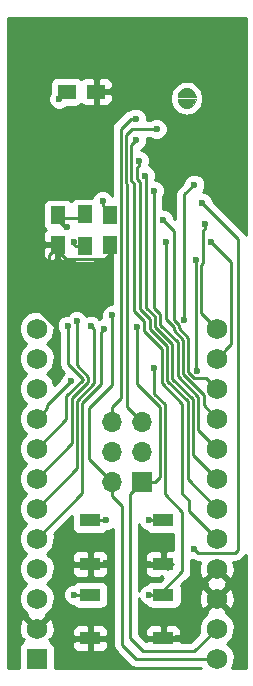
<source format=gbr>
G04 #@! TF.FileFunction,Copper,L2,Bot,Signal*
%FSLAX46Y46*%
G04 Gerber Fmt 4.6, Leading zero omitted, Abs format (unit mm)*
G04 Created by KiCad (PCBNEW 4.0.7) date 04/15/18 08:08:41*
%MOMM*%
%LPD*%
G01*
G04 APERTURE LIST*
%ADD10C,0.100000*%
%ADD11C,0.010000*%
%ADD12R,1.800000X1.100000*%
%ADD13R,1.752600X1.752600*%
%ADD14C,1.752600*%
%ADD15R,1.250000X1.500000*%
%ADD16C,0.400000*%
%ADD17R,1.300000X1.500000*%
%ADD18R,1.700000X1.700000*%
%ADD19O,1.700000X1.700000*%
%ADD20R,1.500000X1.250000*%
%ADD21C,0.600000*%
%ADD22C,0.250000*%
%ADD23C,0.254000*%
G04 APERTURE END LIST*
D10*
D11*
G36*
X113550000Y-104806000D02*
X113595200Y-105062500D01*
X113725500Y-105288100D01*
X113925000Y-105455500D01*
X114169800Y-105544600D01*
X114430200Y-105544600D01*
X114675000Y-105455500D01*
X114874500Y-105288100D01*
X115004800Y-105062500D01*
X115050000Y-104806000D01*
X113550000Y-104806000D01*
X113550000Y-104806000D01*
G37*
X113550000Y-104806000D02*
X113595200Y-105062500D01*
X113725500Y-105288100D01*
X113925000Y-105455500D01*
X114169800Y-105544600D01*
X114430200Y-105544600D01*
X114675000Y-105455500D01*
X114874500Y-105288100D01*
X115004800Y-105062500D01*
X115050000Y-104806000D01*
X113550000Y-104806000D01*
G36*
X115050000Y-104606000D02*
X115004800Y-104349500D01*
X114874500Y-104123900D01*
X114675000Y-103956500D01*
X114430200Y-103867400D01*
X114169800Y-103867400D01*
X113925000Y-103956500D01*
X113725500Y-104123900D01*
X113595200Y-104349500D01*
X113550000Y-104606000D01*
X115050000Y-104606000D01*
X115050000Y-104606000D01*
G37*
X115050000Y-104606000D02*
X115004800Y-104349500D01*
X114874500Y-104123900D01*
X114675000Y-103956500D01*
X114430200Y-103867400D01*
X114169800Y-103867400D01*
X113925000Y-103956500D01*
X113725500Y-104123900D01*
X113595200Y-104349500D01*
X113550000Y-104606000D01*
X115050000Y-104606000D01*
D12*
X106131500Y-144145000D03*
X112331500Y-144145000D03*
X106131500Y-140445000D03*
X112331500Y-140445000D03*
D13*
X101600000Y-152146000D03*
D14*
X101600000Y-149606000D03*
X101600000Y-147066000D03*
X101600000Y-144526000D03*
X101600000Y-141986000D03*
X101600000Y-139446000D03*
X101600000Y-136906000D03*
X101600000Y-134366000D03*
X101600000Y-131826000D03*
X101600000Y-129286000D03*
X101600000Y-126746000D03*
X101600000Y-124206000D03*
X116840000Y-124206000D03*
X116840000Y-126746000D03*
X116840000Y-129286000D03*
X116840000Y-131826000D03*
X116840000Y-134366000D03*
X116840000Y-136906000D03*
X116840000Y-139446000D03*
X116840000Y-141986000D03*
X116840000Y-144526000D03*
X116840000Y-147066000D03*
X116840000Y-149606000D03*
X116840000Y-152146000D03*
D15*
X103378000Y-114594000D03*
X103378000Y-117094000D03*
D16*
X114300000Y-104256000D03*
X114300000Y-105156000D03*
X114300000Y-105156000D03*
X114300000Y-104256000D03*
D17*
X105664000Y-114521000D03*
X105664000Y-117221000D03*
D12*
X112320000Y-146740000D03*
X106120000Y-146740000D03*
X112320000Y-150440000D03*
X106120000Y-150440000D03*
D18*
X110490000Y-137160000D03*
D19*
X107950000Y-137160000D03*
X110490000Y-134620000D03*
X107950000Y-134620000D03*
X110490000Y-132080000D03*
X107950000Y-132080000D03*
D15*
X107823000Y-114594000D03*
X107823000Y-117094000D03*
D20*
X104140000Y-104140000D03*
X106640000Y-104140000D03*
D21*
X111125000Y-144153500D03*
X102616000Y-118618000D03*
X100076000Y-121412000D03*
X103251000Y-125095000D03*
X107442000Y-144018000D03*
X113538000Y-150368000D03*
X103124000Y-100076000D03*
X102362000Y-100076000D03*
X109474000Y-100076000D03*
X116078000Y-100076000D03*
X116078000Y-98806000D03*
X109474000Y-98806000D03*
X103124000Y-98806000D03*
X102362000Y-98806000D03*
X104774982Y-150558500D03*
X104140000Y-115570000D03*
X107188000Y-113411008D03*
X109982000Y-106426000D03*
X114101056Y-123467197D03*
X111565021Y-127567061D03*
X111115010Y-146740000D03*
X114934997Y-112013997D03*
X104775000Y-146740000D03*
X111760000Y-107315000D03*
X104775000Y-116840000D03*
X114935000Y-142875000D03*
X111115010Y-140453500D03*
X107442000Y-140453500D03*
X115570000Y-113538002D03*
X104520731Y-128650728D03*
X110096946Y-124085450D03*
X107981389Y-123087320D03*
X107324990Y-124206004D03*
X106172004Y-123952000D03*
X104976278Y-123603443D03*
X104239847Y-123961990D03*
X115191385Y-127759612D03*
X115062000Y-118364000D03*
X116332000Y-116840000D03*
X115824000Y-115316000D03*
X110041021Y-108204000D03*
X110236000Y-109982000D03*
X110744000Y-111252000D03*
X111506000Y-112522000D03*
X112522000Y-116840000D03*
X112328045Y-115032568D03*
X103505000Y-104775000D03*
D22*
X106640000Y-104140000D02*
X107640000Y-104140000D01*
X107640000Y-104140000D02*
X109474000Y-102306000D01*
X109474000Y-102306000D02*
X109474000Y-100500264D01*
X109474000Y-100500264D02*
X109474000Y-100076000D01*
X112331500Y-144145000D02*
X111133500Y-144145000D01*
X111133500Y-144145000D02*
X111125000Y-144153500D01*
X106131500Y-144145000D02*
X107315000Y-144145000D01*
X107315000Y-144145000D02*
X107442000Y-144018000D01*
X103251000Y-117348000D02*
X103251000Y-117473000D01*
X103251000Y-117473000D02*
X104103000Y-118325000D01*
X104103000Y-118325000D02*
X107325000Y-118325000D01*
X107325000Y-118325000D02*
X107950000Y-117700000D01*
X107950000Y-117700000D02*
X107950000Y-117475000D01*
X102616000Y-118618000D02*
X102616000Y-117983000D01*
X102616000Y-117983000D02*
X103251000Y-117348000D01*
X103251000Y-125095000D02*
X103251000Y-124079074D01*
X103251000Y-124079074D02*
X100583926Y-121412000D01*
X100583926Y-121412000D02*
X100076000Y-121412000D01*
X112712500Y-144526000D02*
X112331500Y-144145000D01*
X112331500Y-144145000D02*
X113103499Y-144145000D01*
X112320000Y-150440000D02*
X113466000Y-150440000D01*
X113466000Y-150440000D02*
X113538000Y-150368000D01*
X104774982Y-150558500D02*
X106001500Y-150558500D01*
X106001500Y-150558500D02*
X106120000Y-150440000D01*
X102362000Y-100076000D02*
X103124000Y-100076000D01*
X116078000Y-100076000D02*
X109474000Y-100076000D01*
X109474000Y-98806000D02*
X116078000Y-98806000D01*
X102362000Y-98806000D02*
X103124000Y-98806000D01*
X104140000Y-115570000D02*
X103973000Y-115570000D01*
X103973000Y-115570000D02*
X103251000Y-114848000D01*
X103251000Y-114848000D02*
X105464000Y-114848000D01*
X105464000Y-114848000D02*
X105791000Y-114521000D01*
X107950000Y-114554000D02*
X107188000Y-113792000D01*
X107188000Y-113792000D02*
X107188000Y-113411008D01*
X107950000Y-130877919D02*
X108779988Y-130047931D01*
X107950000Y-132080000D02*
X107950000Y-130877919D01*
X108779988Y-130047931D02*
X108779988Y-112122223D01*
X108710977Y-112053212D02*
X108710977Y-107272759D01*
X108710977Y-107272759D02*
X109557736Y-106426000D01*
X108779988Y-112122223D02*
X108710977Y-112053212D01*
X109557736Y-106426000D02*
X109982000Y-106426000D01*
X111565021Y-127991325D02*
X111565021Y-127567061D01*
X114934997Y-112013997D02*
X114101056Y-112847938D01*
X111565021Y-129724610D02*
X111565021Y-127991325D01*
X114101056Y-123042933D02*
X114101056Y-123467197D01*
X113931510Y-140258600D02*
X113931510Y-139712510D01*
X112464011Y-138245011D02*
X112464011Y-130623600D01*
X113931510Y-139712510D02*
X112464011Y-138245011D01*
X114101056Y-112847938D02*
X114101056Y-123042933D01*
X112464011Y-130623600D02*
X111565021Y-129724610D01*
X111539274Y-146740000D02*
X111115010Y-146740000D01*
X111959000Y-146740000D02*
X111539274Y-146740000D01*
X113931510Y-144767490D02*
X111959000Y-146740000D01*
X113931510Y-140258600D02*
X113931510Y-144767490D01*
X112320000Y-146740000D02*
X111115010Y-146740000D01*
X113931510Y-140258600D02*
X113919000Y-140246090D01*
X106120000Y-146740000D02*
X104775000Y-146740000D01*
X110490000Y-132080000D02*
X109229999Y-130819999D01*
X109229999Y-111935823D02*
X109160988Y-111866812D01*
X109229999Y-130819999D02*
X109229999Y-111935823D01*
X111335736Y-107315000D02*
X111760000Y-107315000D01*
X109160988Y-107846004D02*
X109691992Y-107315000D01*
X109160988Y-111866812D02*
X109160988Y-107846004D01*
X109691992Y-107315000D02*
X111335736Y-107315000D01*
X104775000Y-117105000D02*
X104775000Y-116840000D01*
X104891000Y-117221000D02*
X104775000Y-117105000D01*
X105791000Y-117221000D02*
X104891000Y-117221000D01*
X116223801Y-143187301D02*
X115247301Y-143187301D01*
X115247301Y-143187301D02*
X114935000Y-142875000D01*
X111123510Y-140445000D02*
X111115010Y-140453500D01*
X112331500Y-140445000D02*
X111123510Y-140445000D01*
X106131500Y-140445000D02*
X107433500Y-140445000D01*
X107433500Y-140445000D02*
X107442000Y-140453500D01*
X118432699Y-143187301D02*
X118663997Y-142956003D01*
X115869999Y-113838001D02*
X115570000Y-113538002D01*
X118663997Y-142956003D02*
X118663997Y-116631999D01*
X118663997Y-116631999D02*
X115869999Y-113838001D01*
X116223801Y-143187301D02*
X118432699Y-143187301D01*
X101600000Y-131826000D02*
X102476299Y-130949701D01*
X102476299Y-130695160D02*
X104520731Y-128650728D01*
X102476299Y-130949701D02*
X102476299Y-130695160D01*
X101854000Y-131826000D02*
X101600000Y-131826000D01*
X110096946Y-124509714D02*
X110096946Y-124085450D01*
X112014000Y-130810000D02*
X110096946Y-128892946D01*
X111590000Y-137160000D02*
X112014000Y-136736000D01*
X110490000Y-137160000D02*
X111590000Y-137160000D01*
X112014000Y-136736000D02*
X112014000Y-130810000D01*
X110096946Y-128892946D02*
X110096946Y-124509714D01*
X116840000Y-149606000D02*
X114935000Y-151511000D01*
X114935000Y-151511000D02*
X110617000Y-151511000D01*
X109474000Y-150368000D02*
X109474000Y-138176000D01*
X110617000Y-151511000D02*
X109474000Y-150368000D01*
X109474000Y-138176000D02*
X110490000Y-137160000D01*
X107950000Y-137160000D02*
X106045000Y-135255000D01*
X107981389Y-129000611D02*
X107981389Y-123511584D01*
X107981389Y-123511584D02*
X107981389Y-123087320D01*
X106045000Y-135255000D02*
X106045000Y-130937000D01*
X106045000Y-130937000D02*
X107981389Y-129000611D01*
X116840000Y-152146000D02*
X109982000Y-152146000D01*
X109982000Y-152146000D02*
X108839000Y-151003000D01*
X108839000Y-151003000D02*
X108839000Y-139251081D01*
X108839000Y-139251081D02*
X107950000Y-138362081D01*
X107950000Y-138362081D02*
X107950000Y-137160000D01*
X105467991Y-130496599D02*
X107024991Y-128939599D01*
X101600000Y-141986000D02*
X105467991Y-138118009D01*
X105467991Y-138118009D02*
X105467991Y-130496599D01*
X107024991Y-124506003D02*
X107324990Y-124206004D01*
X107024991Y-128939599D02*
X107024991Y-124506003D01*
X106472003Y-124251999D02*
X106172004Y-123952000D01*
X105017980Y-130310199D02*
X106472003Y-128856176D01*
X106472003Y-128856176D02*
X106472003Y-124251999D01*
X105017980Y-136028020D02*
X105017980Y-130310199D01*
X101600000Y-139446000D02*
X105017980Y-136028020D01*
X104976278Y-124027707D02*
X104976278Y-123603443D01*
X104976278Y-127290863D02*
X104976278Y-124027707D01*
X105977013Y-128291598D02*
X104976278Y-127290863D01*
X105977013Y-128714756D02*
X105977013Y-128291598D01*
X104567969Y-133938031D02*
X104567969Y-130123800D01*
X104567969Y-130123800D02*
X105977013Y-128714756D01*
X101600000Y-136906000D02*
X104567969Y-133938031D01*
X104239847Y-127190843D02*
X104239847Y-124386254D01*
X105527002Y-128477998D02*
X104239847Y-127190843D01*
X105527002Y-128528357D02*
X105527002Y-128477998D01*
X104239847Y-124386254D02*
X104239847Y-123961990D01*
X104117958Y-129937401D02*
X105527002Y-128528357D01*
X101600000Y-134366000D02*
X104117958Y-131848042D01*
X104117958Y-131848042D02*
X104117958Y-129937401D01*
X115062000Y-118364000D02*
X115062000Y-127630227D01*
X115062000Y-127630227D02*
X115191385Y-127759612D01*
X116332000Y-116840000D02*
X118041301Y-118549301D01*
X118041301Y-118549301D02*
X118041301Y-125544699D01*
X118041301Y-125544699D02*
X117716299Y-125869701D01*
X117716299Y-125869701D02*
X116840000Y-126746000D01*
X115963701Y-123329701D02*
X116840000Y-124206000D01*
X115524001Y-118827003D02*
X115524001Y-122890001D01*
X115687002Y-118664002D02*
X115524001Y-118827003D01*
X115687002Y-115877262D02*
X115687002Y-118664002D01*
X115824000Y-115740264D02*
X115687002Y-115877262D01*
X115524001Y-122890001D02*
X115963701Y-123329701D01*
X115824000Y-115316000D02*
X115824000Y-115740264D01*
X110721956Y-124435134D02*
X110721956Y-123556685D01*
X109610999Y-108634022D02*
X109741022Y-108503999D01*
X109610999Y-111680412D02*
X109610999Y-108634022D01*
X113930020Y-130564199D02*
X112190023Y-128824200D01*
X112190023Y-128824200D02*
X112190023Y-125903201D01*
X109741022Y-108503999D02*
X110041021Y-108204000D01*
X116840000Y-141986000D02*
X114496011Y-139642011D01*
X109855009Y-111924422D02*
X109610999Y-111680412D01*
X110721956Y-123556685D02*
X109855009Y-122689737D01*
X113930020Y-138185609D02*
X113930020Y-130564199D01*
X114496011Y-138751600D02*
X113930020Y-138185609D01*
X114496011Y-139642011D02*
X114496011Y-138751600D01*
X109855009Y-122689737D02*
X109855009Y-111924422D01*
X112190023Y-125903201D02*
X110721956Y-124435134D01*
X110372998Y-111806000D02*
X110118999Y-111552001D01*
X110372998Y-122571315D02*
X110372998Y-111806000D01*
X112640034Y-128637800D02*
X112640034Y-125716801D01*
X110118999Y-110523265D02*
X110236000Y-110406264D01*
X110118999Y-111552001D02*
X110118999Y-110523265D01*
X114380031Y-136986031D02*
X114380031Y-130377799D01*
X116840000Y-139446000D02*
X114380031Y-136986031D01*
X111171967Y-123370285D02*
X110372998Y-122571315D01*
X111171967Y-124248734D02*
X111171967Y-123370285D01*
X110236000Y-110406264D02*
X110236000Y-109982000D01*
X114380031Y-130377799D02*
X112640034Y-128637800D01*
X112640034Y-125716801D02*
X111171967Y-124248734D01*
X110880998Y-111388998D02*
X110744000Y-111252000D01*
X111621978Y-124062334D02*
X111621978Y-123183885D01*
X111621978Y-123183885D02*
X110880998Y-122442904D01*
X113090045Y-125530401D02*
X111621978Y-124062334D01*
X114830042Y-134896042D02*
X114830042Y-130191399D01*
X114830042Y-130191399D02*
X113090045Y-128451400D01*
X113090045Y-128451400D02*
X113090045Y-125530401D01*
X110880998Y-122442904D02*
X110880998Y-111388998D01*
X116840000Y-136906000D02*
X114830042Y-134896042D01*
X113540056Y-128265000D02*
X113540056Y-125344001D01*
X111506000Y-122431495D02*
X111506000Y-112946264D01*
X116840000Y-134366000D02*
X115280053Y-132806053D01*
X112071989Y-122997485D02*
X111506000Y-122431495D01*
X112071989Y-123875934D02*
X112071989Y-122997485D01*
X113540056Y-125344001D02*
X112071989Y-123875934D01*
X115280053Y-132806053D02*
X115280053Y-130004999D01*
X115280053Y-130004999D02*
X113540056Y-128265000D01*
X111506000Y-112946264D02*
X111506000Y-112522000D01*
X112522000Y-123407594D02*
X112522000Y-117264264D01*
X113990067Y-128078600D02*
X113990067Y-125157601D01*
X116840000Y-131826000D02*
X115730064Y-130716064D01*
X115730064Y-130716064D02*
X115730064Y-129818599D01*
X115730064Y-129818599D02*
X113990067Y-128078600D01*
X113990067Y-125157601D02*
X113190066Y-124357600D01*
X113190066Y-124357600D02*
X113190066Y-124075660D01*
X113190066Y-124075660D02*
X112522000Y-123407594D01*
X112522000Y-117264264D02*
X112522000Y-116840000D01*
X114957579Y-128409701D02*
X114440078Y-127892200D01*
X114440078Y-124971201D02*
X113640077Y-124171200D01*
X115963701Y-128409701D02*
X114957579Y-128409701D01*
X112628044Y-115332567D02*
X112328045Y-115032568D01*
X114440078Y-127892200D02*
X114440078Y-124971201D01*
X113228067Y-115932590D02*
X112628044Y-115332567D01*
X113640077Y-124171200D02*
X113640077Y-123889260D01*
X116840000Y-129286000D02*
X115963701Y-128409701D01*
X113228067Y-123477250D02*
X113228067Y-115932590D01*
X113640077Y-123889260D02*
X113228067Y-123477250D01*
X103505000Y-104775000D02*
X104140000Y-104140000D01*
D23*
G36*
X119305000Y-116249650D02*
X119201398Y-116094598D01*
X116505122Y-113398322D01*
X116505162Y-113352835D01*
X116363117Y-113009059D01*
X116100327Y-112745810D01*
X115756799Y-112603164D01*
X115668323Y-112603087D01*
X115727189Y-112544324D01*
X115869835Y-112200796D01*
X115870159Y-111828830D01*
X115728114Y-111485054D01*
X115465324Y-111221805D01*
X115121796Y-111079159D01*
X114749830Y-111078835D01*
X114406054Y-111220880D01*
X114142805Y-111483670D01*
X114000159Y-111827198D01*
X114000118Y-111874074D01*
X113563655Y-112310537D01*
X113398908Y-112557099D01*
X113341056Y-112847938D01*
X113341056Y-114970777D01*
X113263167Y-114892888D01*
X113263207Y-114847401D01*
X113121162Y-114503625D01*
X112858372Y-114240376D01*
X112514844Y-114097730D01*
X112266000Y-114097513D01*
X112266000Y-113084463D01*
X112298192Y-113052327D01*
X112440838Y-112708799D01*
X112441162Y-112336833D01*
X112299117Y-111993057D01*
X112036327Y-111729808D01*
X111692799Y-111587162D01*
X111640998Y-111587117D01*
X111640998Y-111529927D01*
X111678838Y-111438799D01*
X111679162Y-111066833D01*
X111537117Y-110723057D01*
X111274327Y-110459808D01*
X111082991Y-110380358D01*
X111170838Y-110168799D01*
X111171162Y-109796833D01*
X111029117Y-109453057D01*
X110766327Y-109189808D01*
X110435790Y-109052556D01*
X110569964Y-108997117D01*
X110833213Y-108734327D01*
X110975859Y-108390799D01*
X110976134Y-108075000D01*
X111197537Y-108075000D01*
X111229673Y-108107192D01*
X111573201Y-108249838D01*
X111945167Y-108250162D01*
X112288943Y-108108117D01*
X112552192Y-107845327D01*
X112694838Y-107501799D01*
X112695162Y-107129833D01*
X112553117Y-106786057D01*
X112290327Y-106522808D01*
X111946799Y-106380162D01*
X111574833Y-106379838D01*
X111231057Y-106521883D01*
X111197882Y-106555000D01*
X110916888Y-106555000D01*
X110917162Y-106240833D01*
X110775117Y-105897057D01*
X110512327Y-105633808D01*
X110168799Y-105491162D01*
X109796833Y-105490838D01*
X109453057Y-105632883D01*
X109385578Y-105700245D01*
X109266897Y-105723852D01*
X109020335Y-105888599D01*
X108173576Y-106735358D01*
X108008829Y-106981920D01*
X107950977Y-107272759D01*
X107950977Y-112053212D01*
X108008829Y-112344051D01*
X108019988Y-112360752D01*
X108019988Y-112976140D01*
X107981117Y-112882065D01*
X107718327Y-112618816D01*
X107374799Y-112476170D01*
X107002833Y-112475846D01*
X106659057Y-112617891D01*
X106395808Y-112880681D01*
X106294955Y-113123560D01*
X105014000Y-113123560D01*
X104778683Y-113167838D01*
X104562559Y-113306910D01*
X104485010Y-113420407D01*
X104467090Y-113392559D01*
X104254890Y-113247569D01*
X104003000Y-113196560D01*
X102753000Y-113196560D01*
X102517683Y-113240838D01*
X102301559Y-113379910D01*
X102156569Y-113592110D01*
X102105560Y-113844000D01*
X102105560Y-115344000D01*
X102149838Y-115579317D01*
X102288910Y-115795441D01*
X102357006Y-115841969D01*
X102214673Y-115984302D01*
X102118000Y-116217691D01*
X102118000Y-116808250D01*
X102276750Y-116967000D01*
X103251000Y-116967000D01*
X103251000Y-116947000D01*
X103505000Y-116947000D01*
X103505000Y-116967000D01*
X103525000Y-116967000D01*
X103525000Y-117221000D01*
X103505000Y-117221000D01*
X103505000Y-118320250D01*
X103663750Y-118479000D01*
X104129310Y-118479000D01*
X104362699Y-118382327D01*
X104460904Y-118284122D01*
X104549910Y-118422441D01*
X104762110Y-118567431D01*
X105014000Y-118618440D01*
X106314000Y-118618440D01*
X106549317Y-118574162D01*
X106765441Y-118435090D01*
X106816434Y-118360460D01*
X106838301Y-118382327D01*
X107071690Y-118479000D01*
X107537250Y-118479000D01*
X107696000Y-118320250D01*
X107696000Y-117221000D01*
X107676000Y-117221000D01*
X107676000Y-116967000D01*
X107696000Y-116967000D01*
X107696000Y-116947000D01*
X107950000Y-116947000D01*
X107950000Y-116967000D01*
X107970000Y-116967000D01*
X107970000Y-117221000D01*
X107950000Y-117221000D01*
X107950000Y-118320250D01*
X108019988Y-118390238D01*
X108019988Y-122152353D01*
X107796222Y-122152158D01*
X107452446Y-122294203D01*
X107189197Y-122556993D01*
X107046551Y-122900521D01*
X107046227Y-123272487D01*
X107059295Y-123304115D01*
X106908560Y-123366398D01*
X106702331Y-123159808D01*
X106358803Y-123017162D01*
X105986837Y-123016838D01*
X105780754Y-123101990D01*
X105769395Y-123074500D01*
X105506605Y-122811251D01*
X105163077Y-122668605D01*
X104791111Y-122668281D01*
X104447335Y-122810326D01*
X104230302Y-123026981D01*
X104054680Y-123026828D01*
X103710904Y-123168873D01*
X103447655Y-123431663D01*
X103305009Y-123775191D01*
X103304685Y-124147157D01*
X103446730Y-124490933D01*
X103479847Y-124524108D01*
X103479847Y-127190843D01*
X103537699Y-127481682D01*
X103702446Y-127728244D01*
X103911731Y-127937529D01*
X103728539Y-128120401D01*
X103585893Y-128463929D01*
X103585852Y-128510805D01*
X103111092Y-128985565D01*
X102881965Y-128431036D01*
X102467302Y-128015649D01*
X102880471Y-127603200D01*
X103111037Y-127047935D01*
X103111562Y-126446703D01*
X102881965Y-125891036D01*
X102467302Y-125475649D01*
X102880471Y-125063200D01*
X103111037Y-124507935D01*
X103111562Y-123906703D01*
X102881965Y-123351036D01*
X102457200Y-122925529D01*
X101901935Y-122694963D01*
X101300703Y-122694438D01*
X100745036Y-122924035D01*
X100319529Y-123348800D01*
X100088963Y-123904065D01*
X100088438Y-124505297D01*
X100318035Y-125060964D01*
X100732698Y-125476351D01*
X100319529Y-125888800D01*
X100088963Y-126444065D01*
X100088438Y-127045297D01*
X100318035Y-127600964D01*
X100732698Y-128016351D01*
X100319529Y-128428800D01*
X100088963Y-128984065D01*
X100088438Y-129585297D01*
X100318035Y-130140964D01*
X100732698Y-130556351D01*
X100319529Y-130968800D01*
X100088963Y-131524065D01*
X100088438Y-132125297D01*
X100318035Y-132680964D01*
X100732698Y-133096351D01*
X100319529Y-133508800D01*
X100088963Y-134064065D01*
X100088438Y-134665297D01*
X100318035Y-135220964D01*
X100732698Y-135636351D01*
X100319529Y-136048800D01*
X100088963Y-136604065D01*
X100088438Y-137205297D01*
X100318035Y-137760964D01*
X100732698Y-138176351D01*
X100319529Y-138588800D01*
X100088963Y-139144065D01*
X100088438Y-139745297D01*
X100318035Y-140300964D01*
X100732698Y-140716351D01*
X100319529Y-141128800D01*
X100088963Y-141684065D01*
X100088438Y-142285297D01*
X100318035Y-142840964D01*
X100732698Y-143256351D01*
X100319529Y-143668800D01*
X100088963Y-144224065D01*
X100088438Y-144825297D01*
X100318035Y-145380964D01*
X100732698Y-145796351D01*
X100319529Y-146208800D01*
X100088963Y-146764065D01*
X100088438Y-147365297D01*
X100318035Y-147920964D01*
X100742800Y-148346471D01*
X100776592Y-148360503D01*
X100716604Y-148542999D01*
X101600000Y-149426395D01*
X102483396Y-148542999D01*
X102423553Y-148360944D01*
X102454964Y-148347965D01*
X102880471Y-147923200D01*
X103111037Y-147367935D01*
X103111423Y-146925167D01*
X103839838Y-146925167D01*
X103981883Y-147268943D01*
X104244673Y-147532192D01*
X104588201Y-147674838D01*
X104713122Y-147674947D01*
X104755910Y-147741441D01*
X104968110Y-147886431D01*
X105220000Y-147937440D01*
X107020000Y-147937440D01*
X107255317Y-147893162D01*
X107471441Y-147754090D01*
X107616431Y-147541890D01*
X107667440Y-147290000D01*
X107667440Y-146190000D01*
X107623162Y-145954683D01*
X107484090Y-145738559D01*
X107271890Y-145593569D01*
X107020000Y-145542560D01*
X105220000Y-145542560D01*
X104984683Y-145586838D01*
X104768559Y-145725910D01*
X104714556Y-145804947D01*
X104589833Y-145804838D01*
X104246057Y-145946883D01*
X103982808Y-146209673D01*
X103840162Y-146553201D01*
X103839838Y-146925167D01*
X103111423Y-146925167D01*
X103111562Y-146766703D01*
X102881965Y-146211036D01*
X102467302Y-145795649D01*
X102880471Y-145383200D01*
X103111037Y-144827935D01*
X103111383Y-144430750D01*
X104596500Y-144430750D01*
X104596500Y-144821310D01*
X104693173Y-145054699D01*
X104871802Y-145233327D01*
X105105191Y-145330000D01*
X105845750Y-145330000D01*
X106004500Y-145171250D01*
X106004500Y-144272000D01*
X106258500Y-144272000D01*
X106258500Y-145171250D01*
X106417250Y-145330000D01*
X107157809Y-145330000D01*
X107391198Y-145233327D01*
X107569827Y-145054699D01*
X107666500Y-144821310D01*
X107666500Y-144430750D01*
X107507750Y-144272000D01*
X106258500Y-144272000D01*
X106004500Y-144272000D01*
X104755250Y-144272000D01*
X104596500Y-144430750D01*
X103111383Y-144430750D01*
X103111562Y-144226703D01*
X102881965Y-143671036D01*
X102679972Y-143468690D01*
X104596500Y-143468690D01*
X104596500Y-143859250D01*
X104755250Y-144018000D01*
X106004500Y-144018000D01*
X106004500Y-143118750D01*
X106258500Y-143118750D01*
X106258500Y-144018000D01*
X107507750Y-144018000D01*
X107666500Y-143859250D01*
X107666500Y-143468690D01*
X107569827Y-143235301D01*
X107391198Y-143056673D01*
X107157809Y-142960000D01*
X106417250Y-142960000D01*
X106258500Y-143118750D01*
X106004500Y-143118750D01*
X105845750Y-142960000D01*
X105105191Y-142960000D01*
X104871802Y-143056673D01*
X104693173Y-143235301D01*
X104596500Y-143468690D01*
X102679972Y-143468690D01*
X102467302Y-143255649D01*
X102880471Y-142843200D01*
X103111037Y-142287935D01*
X103111562Y-141686703D01*
X103071370Y-141589432D01*
X104584060Y-140076742D01*
X104584060Y-140995000D01*
X104628338Y-141230317D01*
X104767410Y-141446441D01*
X104979610Y-141591431D01*
X105231500Y-141642440D01*
X107031500Y-141642440D01*
X107266817Y-141598162D01*
X107482941Y-141459090D01*
X107531120Y-141388578D01*
X107627167Y-141388662D01*
X107970943Y-141246617D01*
X108079000Y-141138748D01*
X108079000Y-151003000D01*
X108136852Y-151293839D01*
X108301599Y-151540401D01*
X109444599Y-152683401D01*
X109691161Y-152848148D01*
X109982000Y-152906000D01*
X115518797Y-152906000D01*
X115541109Y-152960000D01*
X103123740Y-152960000D01*
X103123740Y-151269700D01*
X103079462Y-151034383D01*
X102940390Y-150818259D01*
X102804999Y-150725750D01*
X104585000Y-150725750D01*
X104585000Y-151116310D01*
X104681673Y-151349699D01*
X104860302Y-151528327D01*
X105093691Y-151625000D01*
X105834250Y-151625000D01*
X105993000Y-151466250D01*
X105993000Y-150567000D01*
X106247000Y-150567000D01*
X106247000Y-151466250D01*
X106405750Y-151625000D01*
X107146309Y-151625000D01*
X107379698Y-151528327D01*
X107558327Y-151349699D01*
X107655000Y-151116310D01*
X107655000Y-150725750D01*
X107496250Y-150567000D01*
X106247000Y-150567000D01*
X105993000Y-150567000D01*
X104743750Y-150567000D01*
X104585000Y-150725750D01*
X102804999Y-150725750D01*
X102728190Y-150673269D01*
X102711720Y-150669934D01*
X102777631Y-150604023D01*
X102663003Y-150489395D01*
X102917027Y-150405896D01*
X103122882Y-149841003D01*
X103119537Y-149763690D01*
X104585000Y-149763690D01*
X104585000Y-150154250D01*
X104743750Y-150313000D01*
X105993000Y-150313000D01*
X105993000Y-149413750D01*
X106247000Y-149413750D01*
X106247000Y-150313000D01*
X107496250Y-150313000D01*
X107655000Y-150154250D01*
X107655000Y-149763690D01*
X107558327Y-149530301D01*
X107379698Y-149351673D01*
X107146309Y-149255000D01*
X106405750Y-149255000D01*
X106247000Y-149413750D01*
X105993000Y-149413750D01*
X105834250Y-149255000D01*
X105093691Y-149255000D01*
X104860302Y-149351673D01*
X104681673Y-149530301D01*
X104585000Y-149763690D01*
X103119537Y-149763690D01*
X103096891Y-149240332D01*
X102917027Y-148806104D01*
X102663001Y-148722604D01*
X101779605Y-149606000D01*
X101793748Y-149620143D01*
X101614143Y-149799748D01*
X101600000Y-149785605D01*
X101585858Y-149799748D01*
X101406253Y-149620143D01*
X101420395Y-149606000D01*
X100536999Y-148722604D01*
X100282973Y-148806104D01*
X100077118Y-149370997D01*
X100103109Y-149971668D01*
X100282973Y-150405896D01*
X100536997Y-150489395D01*
X100422369Y-150604023D01*
X100486254Y-150667908D01*
X100272259Y-150805610D01*
X100127269Y-151017810D01*
X100076260Y-151269700D01*
X100076260Y-152960000D01*
X99135000Y-152960000D01*
X99135000Y-117379750D01*
X102118000Y-117379750D01*
X102118000Y-117970309D01*
X102214673Y-118203698D01*
X102393301Y-118382327D01*
X102626690Y-118479000D01*
X103092250Y-118479000D01*
X103251000Y-118320250D01*
X103251000Y-117221000D01*
X102276750Y-117221000D01*
X102118000Y-117379750D01*
X99135000Y-117379750D01*
X99135000Y-104960167D01*
X102569838Y-104960167D01*
X102711883Y-105303943D01*
X102974673Y-105567192D01*
X103318201Y-105709838D01*
X103690167Y-105710162D01*
X104033943Y-105568117D01*
X104189892Y-105412440D01*
X104890000Y-105412440D01*
X105125317Y-105368162D01*
X105341441Y-105229090D01*
X105387969Y-105160994D01*
X105530302Y-105303327D01*
X105763691Y-105400000D01*
X106354250Y-105400000D01*
X106513000Y-105241250D01*
X106513000Y-104267000D01*
X106767000Y-104267000D01*
X106767000Y-105241250D01*
X106925750Y-105400000D01*
X107516309Y-105400000D01*
X107749698Y-105303327D01*
X107928327Y-105124699D01*
X108025000Y-104891310D01*
X108025000Y-104606000D01*
X112910000Y-104606000D01*
X112923651Y-104674629D01*
X112924339Y-104706000D01*
X112923651Y-104737371D01*
X112910000Y-104806000D01*
X112920940Y-104861001D01*
X112919711Y-104917068D01*
X112964911Y-105173568D01*
X113005221Y-105277257D01*
X113040997Y-105382592D01*
X113171297Y-105608191D01*
X113244564Y-105691709D01*
X113314116Y-105778369D01*
X113513617Y-105945769D01*
X113611069Y-105999233D01*
X113706107Y-106056903D01*
X113950907Y-106146003D01*
X114060773Y-106162913D01*
X114169800Y-106184600D01*
X114430200Y-106184600D01*
X114539227Y-106162913D01*
X114649093Y-106146003D01*
X114893893Y-106056903D01*
X114988926Y-105999236D01*
X115086384Y-105945769D01*
X115285884Y-105778369D01*
X115355436Y-105691709D01*
X115428703Y-105608192D01*
X115559003Y-105382592D01*
X115594779Y-105277257D01*
X115635089Y-105173568D01*
X115680289Y-104917068D01*
X115679060Y-104861001D01*
X115690000Y-104806000D01*
X115676349Y-104737371D01*
X115675661Y-104706000D01*
X115676349Y-104674629D01*
X115690000Y-104606000D01*
X115679060Y-104550999D01*
X115680289Y-104494932D01*
X115635089Y-104238432D01*
X115594779Y-104134743D01*
X115559003Y-104029408D01*
X115428703Y-103803808D01*
X115355436Y-103720291D01*
X115285884Y-103633631D01*
X115086384Y-103466231D01*
X114988926Y-103412764D01*
X114893893Y-103355097D01*
X114649093Y-103265997D01*
X114539227Y-103249087D01*
X114430200Y-103227400D01*
X114169800Y-103227400D01*
X114060773Y-103249087D01*
X113950907Y-103265997D01*
X113706107Y-103355097D01*
X113611069Y-103412767D01*
X113513617Y-103466231D01*
X113314116Y-103633631D01*
X113244564Y-103720291D01*
X113171297Y-103803809D01*
X113040997Y-104029408D01*
X113005221Y-104134743D01*
X112964911Y-104238432D01*
X112919711Y-104494932D01*
X112920940Y-104550999D01*
X112910000Y-104606000D01*
X108025000Y-104606000D01*
X108025000Y-104425750D01*
X107866250Y-104267000D01*
X106767000Y-104267000D01*
X106513000Y-104267000D01*
X106493000Y-104267000D01*
X106493000Y-104013000D01*
X106513000Y-104013000D01*
X106513000Y-103038750D01*
X106767000Y-103038750D01*
X106767000Y-104013000D01*
X107866250Y-104013000D01*
X108025000Y-103854250D01*
X108025000Y-103388690D01*
X107928327Y-103155301D01*
X107749698Y-102976673D01*
X107516309Y-102880000D01*
X106925750Y-102880000D01*
X106767000Y-103038750D01*
X106513000Y-103038750D01*
X106354250Y-102880000D01*
X105763691Y-102880000D01*
X105530302Y-102976673D01*
X105389064Y-103117910D01*
X105354090Y-103063559D01*
X105141890Y-102918569D01*
X104890000Y-102867560D01*
X103390000Y-102867560D01*
X103154683Y-102911838D01*
X102938559Y-103050910D01*
X102793569Y-103263110D01*
X102742560Y-103515000D01*
X102742560Y-104214973D01*
X102712808Y-104244673D01*
X102570162Y-104588201D01*
X102569838Y-104960167D01*
X99135000Y-104960167D01*
X99135000Y-97917000D01*
X119305000Y-97917000D01*
X119305000Y-116249650D01*
X119305000Y-116249650D01*
G37*
X119305000Y-116249650D02*
X119201398Y-116094598D01*
X116505122Y-113398322D01*
X116505162Y-113352835D01*
X116363117Y-113009059D01*
X116100327Y-112745810D01*
X115756799Y-112603164D01*
X115668323Y-112603087D01*
X115727189Y-112544324D01*
X115869835Y-112200796D01*
X115870159Y-111828830D01*
X115728114Y-111485054D01*
X115465324Y-111221805D01*
X115121796Y-111079159D01*
X114749830Y-111078835D01*
X114406054Y-111220880D01*
X114142805Y-111483670D01*
X114000159Y-111827198D01*
X114000118Y-111874074D01*
X113563655Y-112310537D01*
X113398908Y-112557099D01*
X113341056Y-112847938D01*
X113341056Y-114970777D01*
X113263167Y-114892888D01*
X113263207Y-114847401D01*
X113121162Y-114503625D01*
X112858372Y-114240376D01*
X112514844Y-114097730D01*
X112266000Y-114097513D01*
X112266000Y-113084463D01*
X112298192Y-113052327D01*
X112440838Y-112708799D01*
X112441162Y-112336833D01*
X112299117Y-111993057D01*
X112036327Y-111729808D01*
X111692799Y-111587162D01*
X111640998Y-111587117D01*
X111640998Y-111529927D01*
X111678838Y-111438799D01*
X111679162Y-111066833D01*
X111537117Y-110723057D01*
X111274327Y-110459808D01*
X111082991Y-110380358D01*
X111170838Y-110168799D01*
X111171162Y-109796833D01*
X111029117Y-109453057D01*
X110766327Y-109189808D01*
X110435790Y-109052556D01*
X110569964Y-108997117D01*
X110833213Y-108734327D01*
X110975859Y-108390799D01*
X110976134Y-108075000D01*
X111197537Y-108075000D01*
X111229673Y-108107192D01*
X111573201Y-108249838D01*
X111945167Y-108250162D01*
X112288943Y-108108117D01*
X112552192Y-107845327D01*
X112694838Y-107501799D01*
X112695162Y-107129833D01*
X112553117Y-106786057D01*
X112290327Y-106522808D01*
X111946799Y-106380162D01*
X111574833Y-106379838D01*
X111231057Y-106521883D01*
X111197882Y-106555000D01*
X110916888Y-106555000D01*
X110917162Y-106240833D01*
X110775117Y-105897057D01*
X110512327Y-105633808D01*
X110168799Y-105491162D01*
X109796833Y-105490838D01*
X109453057Y-105632883D01*
X109385578Y-105700245D01*
X109266897Y-105723852D01*
X109020335Y-105888599D01*
X108173576Y-106735358D01*
X108008829Y-106981920D01*
X107950977Y-107272759D01*
X107950977Y-112053212D01*
X108008829Y-112344051D01*
X108019988Y-112360752D01*
X108019988Y-112976140D01*
X107981117Y-112882065D01*
X107718327Y-112618816D01*
X107374799Y-112476170D01*
X107002833Y-112475846D01*
X106659057Y-112617891D01*
X106395808Y-112880681D01*
X106294955Y-113123560D01*
X105014000Y-113123560D01*
X104778683Y-113167838D01*
X104562559Y-113306910D01*
X104485010Y-113420407D01*
X104467090Y-113392559D01*
X104254890Y-113247569D01*
X104003000Y-113196560D01*
X102753000Y-113196560D01*
X102517683Y-113240838D01*
X102301559Y-113379910D01*
X102156569Y-113592110D01*
X102105560Y-113844000D01*
X102105560Y-115344000D01*
X102149838Y-115579317D01*
X102288910Y-115795441D01*
X102357006Y-115841969D01*
X102214673Y-115984302D01*
X102118000Y-116217691D01*
X102118000Y-116808250D01*
X102276750Y-116967000D01*
X103251000Y-116967000D01*
X103251000Y-116947000D01*
X103505000Y-116947000D01*
X103505000Y-116967000D01*
X103525000Y-116967000D01*
X103525000Y-117221000D01*
X103505000Y-117221000D01*
X103505000Y-118320250D01*
X103663750Y-118479000D01*
X104129310Y-118479000D01*
X104362699Y-118382327D01*
X104460904Y-118284122D01*
X104549910Y-118422441D01*
X104762110Y-118567431D01*
X105014000Y-118618440D01*
X106314000Y-118618440D01*
X106549317Y-118574162D01*
X106765441Y-118435090D01*
X106816434Y-118360460D01*
X106838301Y-118382327D01*
X107071690Y-118479000D01*
X107537250Y-118479000D01*
X107696000Y-118320250D01*
X107696000Y-117221000D01*
X107676000Y-117221000D01*
X107676000Y-116967000D01*
X107696000Y-116967000D01*
X107696000Y-116947000D01*
X107950000Y-116947000D01*
X107950000Y-116967000D01*
X107970000Y-116967000D01*
X107970000Y-117221000D01*
X107950000Y-117221000D01*
X107950000Y-118320250D01*
X108019988Y-118390238D01*
X108019988Y-122152353D01*
X107796222Y-122152158D01*
X107452446Y-122294203D01*
X107189197Y-122556993D01*
X107046551Y-122900521D01*
X107046227Y-123272487D01*
X107059295Y-123304115D01*
X106908560Y-123366398D01*
X106702331Y-123159808D01*
X106358803Y-123017162D01*
X105986837Y-123016838D01*
X105780754Y-123101990D01*
X105769395Y-123074500D01*
X105506605Y-122811251D01*
X105163077Y-122668605D01*
X104791111Y-122668281D01*
X104447335Y-122810326D01*
X104230302Y-123026981D01*
X104054680Y-123026828D01*
X103710904Y-123168873D01*
X103447655Y-123431663D01*
X103305009Y-123775191D01*
X103304685Y-124147157D01*
X103446730Y-124490933D01*
X103479847Y-124524108D01*
X103479847Y-127190843D01*
X103537699Y-127481682D01*
X103702446Y-127728244D01*
X103911731Y-127937529D01*
X103728539Y-128120401D01*
X103585893Y-128463929D01*
X103585852Y-128510805D01*
X103111092Y-128985565D01*
X102881965Y-128431036D01*
X102467302Y-128015649D01*
X102880471Y-127603200D01*
X103111037Y-127047935D01*
X103111562Y-126446703D01*
X102881965Y-125891036D01*
X102467302Y-125475649D01*
X102880471Y-125063200D01*
X103111037Y-124507935D01*
X103111562Y-123906703D01*
X102881965Y-123351036D01*
X102457200Y-122925529D01*
X101901935Y-122694963D01*
X101300703Y-122694438D01*
X100745036Y-122924035D01*
X100319529Y-123348800D01*
X100088963Y-123904065D01*
X100088438Y-124505297D01*
X100318035Y-125060964D01*
X100732698Y-125476351D01*
X100319529Y-125888800D01*
X100088963Y-126444065D01*
X100088438Y-127045297D01*
X100318035Y-127600964D01*
X100732698Y-128016351D01*
X100319529Y-128428800D01*
X100088963Y-128984065D01*
X100088438Y-129585297D01*
X100318035Y-130140964D01*
X100732698Y-130556351D01*
X100319529Y-130968800D01*
X100088963Y-131524065D01*
X100088438Y-132125297D01*
X100318035Y-132680964D01*
X100732698Y-133096351D01*
X100319529Y-133508800D01*
X100088963Y-134064065D01*
X100088438Y-134665297D01*
X100318035Y-135220964D01*
X100732698Y-135636351D01*
X100319529Y-136048800D01*
X100088963Y-136604065D01*
X100088438Y-137205297D01*
X100318035Y-137760964D01*
X100732698Y-138176351D01*
X100319529Y-138588800D01*
X100088963Y-139144065D01*
X100088438Y-139745297D01*
X100318035Y-140300964D01*
X100732698Y-140716351D01*
X100319529Y-141128800D01*
X100088963Y-141684065D01*
X100088438Y-142285297D01*
X100318035Y-142840964D01*
X100732698Y-143256351D01*
X100319529Y-143668800D01*
X100088963Y-144224065D01*
X100088438Y-144825297D01*
X100318035Y-145380964D01*
X100732698Y-145796351D01*
X100319529Y-146208800D01*
X100088963Y-146764065D01*
X100088438Y-147365297D01*
X100318035Y-147920964D01*
X100742800Y-148346471D01*
X100776592Y-148360503D01*
X100716604Y-148542999D01*
X101600000Y-149426395D01*
X102483396Y-148542999D01*
X102423553Y-148360944D01*
X102454964Y-148347965D01*
X102880471Y-147923200D01*
X103111037Y-147367935D01*
X103111423Y-146925167D01*
X103839838Y-146925167D01*
X103981883Y-147268943D01*
X104244673Y-147532192D01*
X104588201Y-147674838D01*
X104713122Y-147674947D01*
X104755910Y-147741441D01*
X104968110Y-147886431D01*
X105220000Y-147937440D01*
X107020000Y-147937440D01*
X107255317Y-147893162D01*
X107471441Y-147754090D01*
X107616431Y-147541890D01*
X107667440Y-147290000D01*
X107667440Y-146190000D01*
X107623162Y-145954683D01*
X107484090Y-145738559D01*
X107271890Y-145593569D01*
X107020000Y-145542560D01*
X105220000Y-145542560D01*
X104984683Y-145586838D01*
X104768559Y-145725910D01*
X104714556Y-145804947D01*
X104589833Y-145804838D01*
X104246057Y-145946883D01*
X103982808Y-146209673D01*
X103840162Y-146553201D01*
X103839838Y-146925167D01*
X103111423Y-146925167D01*
X103111562Y-146766703D01*
X102881965Y-146211036D01*
X102467302Y-145795649D01*
X102880471Y-145383200D01*
X103111037Y-144827935D01*
X103111383Y-144430750D01*
X104596500Y-144430750D01*
X104596500Y-144821310D01*
X104693173Y-145054699D01*
X104871802Y-145233327D01*
X105105191Y-145330000D01*
X105845750Y-145330000D01*
X106004500Y-145171250D01*
X106004500Y-144272000D01*
X106258500Y-144272000D01*
X106258500Y-145171250D01*
X106417250Y-145330000D01*
X107157809Y-145330000D01*
X107391198Y-145233327D01*
X107569827Y-145054699D01*
X107666500Y-144821310D01*
X107666500Y-144430750D01*
X107507750Y-144272000D01*
X106258500Y-144272000D01*
X106004500Y-144272000D01*
X104755250Y-144272000D01*
X104596500Y-144430750D01*
X103111383Y-144430750D01*
X103111562Y-144226703D01*
X102881965Y-143671036D01*
X102679972Y-143468690D01*
X104596500Y-143468690D01*
X104596500Y-143859250D01*
X104755250Y-144018000D01*
X106004500Y-144018000D01*
X106004500Y-143118750D01*
X106258500Y-143118750D01*
X106258500Y-144018000D01*
X107507750Y-144018000D01*
X107666500Y-143859250D01*
X107666500Y-143468690D01*
X107569827Y-143235301D01*
X107391198Y-143056673D01*
X107157809Y-142960000D01*
X106417250Y-142960000D01*
X106258500Y-143118750D01*
X106004500Y-143118750D01*
X105845750Y-142960000D01*
X105105191Y-142960000D01*
X104871802Y-143056673D01*
X104693173Y-143235301D01*
X104596500Y-143468690D01*
X102679972Y-143468690D01*
X102467302Y-143255649D01*
X102880471Y-142843200D01*
X103111037Y-142287935D01*
X103111562Y-141686703D01*
X103071370Y-141589432D01*
X104584060Y-140076742D01*
X104584060Y-140995000D01*
X104628338Y-141230317D01*
X104767410Y-141446441D01*
X104979610Y-141591431D01*
X105231500Y-141642440D01*
X107031500Y-141642440D01*
X107266817Y-141598162D01*
X107482941Y-141459090D01*
X107531120Y-141388578D01*
X107627167Y-141388662D01*
X107970943Y-141246617D01*
X108079000Y-141138748D01*
X108079000Y-151003000D01*
X108136852Y-151293839D01*
X108301599Y-151540401D01*
X109444599Y-152683401D01*
X109691161Y-152848148D01*
X109982000Y-152906000D01*
X115518797Y-152906000D01*
X115541109Y-152960000D01*
X103123740Y-152960000D01*
X103123740Y-151269700D01*
X103079462Y-151034383D01*
X102940390Y-150818259D01*
X102804999Y-150725750D01*
X104585000Y-150725750D01*
X104585000Y-151116310D01*
X104681673Y-151349699D01*
X104860302Y-151528327D01*
X105093691Y-151625000D01*
X105834250Y-151625000D01*
X105993000Y-151466250D01*
X105993000Y-150567000D01*
X106247000Y-150567000D01*
X106247000Y-151466250D01*
X106405750Y-151625000D01*
X107146309Y-151625000D01*
X107379698Y-151528327D01*
X107558327Y-151349699D01*
X107655000Y-151116310D01*
X107655000Y-150725750D01*
X107496250Y-150567000D01*
X106247000Y-150567000D01*
X105993000Y-150567000D01*
X104743750Y-150567000D01*
X104585000Y-150725750D01*
X102804999Y-150725750D01*
X102728190Y-150673269D01*
X102711720Y-150669934D01*
X102777631Y-150604023D01*
X102663003Y-150489395D01*
X102917027Y-150405896D01*
X103122882Y-149841003D01*
X103119537Y-149763690D01*
X104585000Y-149763690D01*
X104585000Y-150154250D01*
X104743750Y-150313000D01*
X105993000Y-150313000D01*
X105993000Y-149413750D01*
X106247000Y-149413750D01*
X106247000Y-150313000D01*
X107496250Y-150313000D01*
X107655000Y-150154250D01*
X107655000Y-149763690D01*
X107558327Y-149530301D01*
X107379698Y-149351673D01*
X107146309Y-149255000D01*
X106405750Y-149255000D01*
X106247000Y-149413750D01*
X105993000Y-149413750D01*
X105834250Y-149255000D01*
X105093691Y-149255000D01*
X104860302Y-149351673D01*
X104681673Y-149530301D01*
X104585000Y-149763690D01*
X103119537Y-149763690D01*
X103096891Y-149240332D01*
X102917027Y-148806104D01*
X102663001Y-148722604D01*
X101779605Y-149606000D01*
X101793748Y-149620143D01*
X101614143Y-149799748D01*
X101600000Y-149785605D01*
X101585858Y-149799748D01*
X101406253Y-149620143D01*
X101420395Y-149606000D01*
X100536999Y-148722604D01*
X100282973Y-148806104D01*
X100077118Y-149370997D01*
X100103109Y-149971668D01*
X100282973Y-150405896D01*
X100536997Y-150489395D01*
X100422369Y-150604023D01*
X100486254Y-150667908D01*
X100272259Y-150805610D01*
X100127269Y-151017810D01*
X100076260Y-151269700D01*
X100076260Y-152960000D01*
X99135000Y-152960000D01*
X99135000Y-117379750D01*
X102118000Y-117379750D01*
X102118000Y-117970309D01*
X102214673Y-118203698D01*
X102393301Y-118382327D01*
X102626690Y-118479000D01*
X103092250Y-118479000D01*
X103251000Y-118320250D01*
X103251000Y-117221000D01*
X102276750Y-117221000D01*
X102118000Y-117379750D01*
X99135000Y-117379750D01*
X99135000Y-104960167D01*
X102569838Y-104960167D01*
X102711883Y-105303943D01*
X102974673Y-105567192D01*
X103318201Y-105709838D01*
X103690167Y-105710162D01*
X104033943Y-105568117D01*
X104189892Y-105412440D01*
X104890000Y-105412440D01*
X105125317Y-105368162D01*
X105341441Y-105229090D01*
X105387969Y-105160994D01*
X105530302Y-105303327D01*
X105763691Y-105400000D01*
X106354250Y-105400000D01*
X106513000Y-105241250D01*
X106513000Y-104267000D01*
X106767000Y-104267000D01*
X106767000Y-105241250D01*
X106925750Y-105400000D01*
X107516309Y-105400000D01*
X107749698Y-105303327D01*
X107928327Y-105124699D01*
X108025000Y-104891310D01*
X108025000Y-104606000D01*
X112910000Y-104606000D01*
X112923651Y-104674629D01*
X112924339Y-104706000D01*
X112923651Y-104737371D01*
X112910000Y-104806000D01*
X112920940Y-104861001D01*
X112919711Y-104917068D01*
X112964911Y-105173568D01*
X113005221Y-105277257D01*
X113040997Y-105382592D01*
X113171297Y-105608191D01*
X113244564Y-105691709D01*
X113314116Y-105778369D01*
X113513617Y-105945769D01*
X113611069Y-105999233D01*
X113706107Y-106056903D01*
X113950907Y-106146003D01*
X114060773Y-106162913D01*
X114169800Y-106184600D01*
X114430200Y-106184600D01*
X114539227Y-106162913D01*
X114649093Y-106146003D01*
X114893893Y-106056903D01*
X114988926Y-105999236D01*
X115086384Y-105945769D01*
X115285884Y-105778369D01*
X115355436Y-105691709D01*
X115428703Y-105608192D01*
X115559003Y-105382592D01*
X115594779Y-105277257D01*
X115635089Y-105173568D01*
X115680289Y-104917068D01*
X115679060Y-104861001D01*
X115690000Y-104806000D01*
X115676349Y-104737371D01*
X115675661Y-104706000D01*
X115676349Y-104674629D01*
X115690000Y-104606000D01*
X115679060Y-104550999D01*
X115680289Y-104494932D01*
X115635089Y-104238432D01*
X115594779Y-104134743D01*
X115559003Y-104029408D01*
X115428703Y-103803808D01*
X115355436Y-103720291D01*
X115285884Y-103633631D01*
X115086384Y-103466231D01*
X114988926Y-103412764D01*
X114893893Y-103355097D01*
X114649093Y-103265997D01*
X114539227Y-103249087D01*
X114430200Y-103227400D01*
X114169800Y-103227400D01*
X114060773Y-103249087D01*
X113950907Y-103265997D01*
X113706107Y-103355097D01*
X113611069Y-103412767D01*
X113513617Y-103466231D01*
X113314116Y-103633631D01*
X113244564Y-103720291D01*
X113171297Y-103803809D01*
X113040997Y-104029408D01*
X113005221Y-104134743D01*
X112964911Y-104238432D01*
X112919711Y-104494932D01*
X112920940Y-104550999D01*
X112910000Y-104606000D01*
X108025000Y-104606000D01*
X108025000Y-104425750D01*
X107866250Y-104267000D01*
X106767000Y-104267000D01*
X106513000Y-104267000D01*
X106493000Y-104267000D01*
X106493000Y-104013000D01*
X106513000Y-104013000D01*
X106513000Y-103038750D01*
X106767000Y-103038750D01*
X106767000Y-104013000D01*
X107866250Y-104013000D01*
X108025000Y-103854250D01*
X108025000Y-103388690D01*
X107928327Y-103155301D01*
X107749698Y-102976673D01*
X107516309Y-102880000D01*
X106925750Y-102880000D01*
X106767000Y-103038750D01*
X106513000Y-103038750D01*
X106354250Y-102880000D01*
X105763691Y-102880000D01*
X105530302Y-102976673D01*
X105389064Y-103117910D01*
X105354090Y-103063559D01*
X105141890Y-102918569D01*
X104890000Y-102867560D01*
X103390000Y-102867560D01*
X103154683Y-102911838D01*
X102938559Y-103050910D01*
X102793569Y-103263110D01*
X102742560Y-103515000D01*
X102742560Y-104214973D01*
X102712808Y-104244673D01*
X102570162Y-104588201D01*
X102569838Y-104960167D01*
X99135000Y-104960167D01*
X99135000Y-97917000D01*
X119305000Y-97917000D01*
X119305000Y-116249650D01*
G36*
X119305000Y-152960000D02*
X118138409Y-152960000D01*
X118351037Y-152447935D01*
X118351562Y-151846703D01*
X118121965Y-151291036D01*
X117707302Y-150875649D01*
X118120471Y-150463200D01*
X118351037Y-149907935D01*
X118351562Y-149306703D01*
X118121965Y-148751036D01*
X117697200Y-148325529D01*
X117663408Y-148311497D01*
X117723396Y-148129001D01*
X116840000Y-147245605D01*
X115956604Y-148129001D01*
X116016447Y-148311056D01*
X115985036Y-148324035D01*
X115559529Y-148748800D01*
X115328963Y-149304065D01*
X115328438Y-149905297D01*
X115368630Y-150002568D01*
X114620198Y-150751000D01*
X113855000Y-150751000D01*
X113855000Y-150725750D01*
X113696250Y-150567000D01*
X112447000Y-150567000D01*
X112447000Y-150587000D01*
X112193000Y-150587000D01*
X112193000Y-150567000D01*
X110943750Y-150567000D01*
X110845776Y-150664974D01*
X110234000Y-150053198D01*
X110234000Y-149763690D01*
X110785000Y-149763690D01*
X110785000Y-150154250D01*
X110943750Y-150313000D01*
X112193000Y-150313000D01*
X112193000Y-149413750D01*
X112447000Y-149413750D01*
X112447000Y-150313000D01*
X113696250Y-150313000D01*
X113855000Y-150154250D01*
X113855000Y-149763690D01*
X113758327Y-149530301D01*
X113579698Y-149351673D01*
X113346309Y-149255000D01*
X112605750Y-149255000D01*
X112447000Y-149413750D01*
X112193000Y-149413750D01*
X112034250Y-149255000D01*
X111293691Y-149255000D01*
X111060302Y-149351673D01*
X110881673Y-149530301D01*
X110785000Y-149763690D01*
X110234000Y-149763690D01*
X110234000Y-147056225D01*
X110321893Y-147268943D01*
X110584683Y-147532192D01*
X110907525Y-147666248D01*
X110955910Y-147741441D01*
X111168110Y-147886431D01*
X111420000Y-147937440D01*
X113220000Y-147937440D01*
X113455317Y-147893162D01*
X113671441Y-147754090D01*
X113816431Y-147541890D01*
X113867440Y-147290000D01*
X113867440Y-146830997D01*
X115317118Y-146830997D01*
X115343109Y-147431668D01*
X115522973Y-147865896D01*
X115776999Y-147949396D01*
X116660395Y-147066000D01*
X117019605Y-147066000D01*
X117903001Y-147949396D01*
X118157027Y-147865896D01*
X118362882Y-147301003D01*
X118336891Y-146700332D01*
X118157027Y-146266104D01*
X117903001Y-146182604D01*
X117019605Y-147066000D01*
X116660395Y-147066000D01*
X115776999Y-146182604D01*
X115522973Y-146266104D01*
X115317118Y-146830997D01*
X113867440Y-146830997D01*
X113867440Y-146190000D01*
X113823162Y-145954683D01*
X113821579Y-145952223D01*
X114184801Y-145589001D01*
X115956604Y-145589001D01*
X116024646Y-145796000D01*
X115956604Y-146002999D01*
X116840000Y-146886395D01*
X117723396Y-146002999D01*
X117655354Y-145796000D01*
X117723396Y-145589001D01*
X116840000Y-144705605D01*
X115956604Y-145589001D01*
X114184801Y-145589001D01*
X114468911Y-145304891D01*
X114633658Y-145058330D01*
X114691510Y-144767490D01*
X114691510Y-143786298D01*
X114748201Y-143809838D01*
X114837431Y-143809916D01*
X114956461Y-143889449D01*
X115247301Y-143947301D01*
X115442366Y-143947301D01*
X115317118Y-144290997D01*
X115343109Y-144891668D01*
X115522973Y-145325896D01*
X115776999Y-145409396D01*
X116660395Y-144526000D01*
X116646253Y-144511858D01*
X116825858Y-144332253D01*
X116840000Y-144346395D01*
X116854143Y-144332253D01*
X117033748Y-144511858D01*
X117019605Y-144526000D01*
X117903001Y-145409396D01*
X118157027Y-145325896D01*
X118362882Y-144761003D01*
X118336891Y-144160332D01*
X118248650Y-143947301D01*
X118432699Y-143947301D01*
X118723538Y-143889449D01*
X118970100Y-143724702D01*
X119201398Y-143493404D01*
X119305000Y-143338352D01*
X119305000Y-152960000D01*
X119305000Y-152960000D01*
G37*
X119305000Y-152960000D02*
X118138409Y-152960000D01*
X118351037Y-152447935D01*
X118351562Y-151846703D01*
X118121965Y-151291036D01*
X117707302Y-150875649D01*
X118120471Y-150463200D01*
X118351037Y-149907935D01*
X118351562Y-149306703D01*
X118121965Y-148751036D01*
X117697200Y-148325529D01*
X117663408Y-148311497D01*
X117723396Y-148129001D01*
X116840000Y-147245605D01*
X115956604Y-148129001D01*
X116016447Y-148311056D01*
X115985036Y-148324035D01*
X115559529Y-148748800D01*
X115328963Y-149304065D01*
X115328438Y-149905297D01*
X115368630Y-150002568D01*
X114620198Y-150751000D01*
X113855000Y-150751000D01*
X113855000Y-150725750D01*
X113696250Y-150567000D01*
X112447000Y-150567000D01*
X112447000Y-150587000D01*
X112193000Y-150587000D01*
X112193000Y-150567000D01*
X110943750Y-150567000D01*
X110845776Y-150664974D01*
X110234000Y-150053198D01*
X110234000Y-149763690D01*
X110785000Y-149763690D01*
X110785000Y-150154250D01*
X110943750Y-150313000D01*
X112193000Y-150313000D01*
X112193000Y-149413750D01*
X112447000Y-149413750D01*
X112447000Y-150313000D01*
X113696250Y-150313000D01*
X113855000Y-150154250D01*
X113855000Y-149763690D01*
X113758327Y-149530301D01*
X113579698Y-149351673D01*
X113346309Y-149255000D01*
X112605750Y-149255000D01*
X112447000Y-149413750D01*
X112193000Y-149413750D01*
X112034250Y-149255000D01*
X111293691Y-149255000D01*
X111060302Y-149351673D01*
X110881673Y-149530301D01*
X110785000Y-149763690D01*
X110234000Y-149763690D01*
X110234000Y-147056225D01*
X110321893Y-147268943D01*
X110584683Y-147532192D01*
X110907525Y-147666248D01*
X110955910Y-147741441D01*
X111168110Y-147886431D01*
X111420000Y-147937440D01*
X113220000Y-147937440D01*
X113455317Y-147893162D01*
X113671441Y-147754090D01*
X113816431Y-147541890D01*
X113867440Y-147290000D01*
X113867440Y-146830997D01*
X115317118Y-146830997D01*
X115343109Y-147431668D01*
X115522973Y-147865896D01*
X115776999Y-147949396D01*
X116660395Y-147066000D01*
X117019605Y-147066000D01*
X117903001Y-147949396D01*
X118157027Y-147865896D01*
X118362882Y-147301003D01*
X118336891Y-146700332D01*
X118157027Y-146266104D01*
X117903001Y-146182604D01*
X117019605Y-147066000D01*
X116660395Y-147066000D01*
X115776999Y-146182604D01*
X115522973Y-146266104D01*
X115317118Y-146830997D01*
X113867440Y-146830997D01*
X113867440Y-146190000D01*
X113823162Y-145954683D01*
X113821579Y-145952223D01*
X114184801Y-145589001D01*
X115956604Y-145589001D01*
X116024646Y-145796000D01*
X115956604Y-146002999D01*
X116840000Y-146886395D01*
X117723396Y-146002999D01*
X117655354Y-145796000D01*
X117723396Y-145589001D01*
X116840000Y-144705605D01*
X115956604Y-145589001D01*
X114184801Y-145589001D01*
X114468911Y-145304891D01*
X114633658Y-145058330D01*
X114691510Y-144767490D01*
X114691510Y-143786298D01*
X114748201Y-143809838D01*
X114837431Y-143809916D01*
X114956461Y-143889449D01*
X115247301Y-143947301D01*
X115442366Y-143947301D01*
X115317118Y-144290997D01*
X115343109Y-144891668D01*
X115522973Y-145325896D01*
X115776999Y-145409396D01*
X116660395Y-144526000D01*
X116646253Y-144511858D01*
X116825858Y-144332253D01*
X116840000Y-144346395D01*
X116854143Y-144332253D01*
X117033748Y-144511858D01*
X117019605Y-144526000D01*
X117903001Y-145409396D01*
X118157027Y-145325896D01*
X118362882Y-144761003D01*
X118336891Y-144160332D01*
X118248650Y-143947301D01*
X118432699Y-143947301D01*
X118723538Y-143889449D01*
X118970100Y-143724702D01*
X119201398Y-143493404D01*
X119305000Y-143338352D01*
X119305000Y-152960000D01*
G36*
X110321893Y-140982443D02*
X110584683Y-141245692D01*
X110928211Y-141388338D01*
X110930023Y-141388340D01*
X110967410Y-141446441D01*
X111179610Y-141591431D01*
X111431500Y-141642440D01*
X113171510Y-141642440D01*
X113171510Y-142960000D01*
X112617250Y-142960000D01*
X112458500Y-143118750D01*
X112458500Y-144018000D01*
X112478500Y-144018000D01*
X112478500Y-144272000D01*
X112458500Y-144272000D01*
X112458500Y-144292000D01*
X112204500Y-144292000D01*
X112204500Y-144272000D01*
X110955250Y-144272000D01*
X110796500Y-144430750D01*
X110796500Y-144821310D01*
X110893173Y-145054699D01*
X111071802Y-145233327D01*
X111305191Y-145330000D01*
X112045750Y-145330000D01*
X112204498Y-145171252D01*
X112204498Y-145330000D01*
X112294198Y-145330000D01*
X112081638Y-145542560D01*
X111420000Y-145542560D01*
X111184683Y-145586838D01*
X110968559Y-145725910D01*
X110908645Y-145813597D01*
X110586067Y-145946883D01*
X110322818Y-146209673D01*
X110234000Y-146423569D01*
X110234000Y-143468690D01*
X110796500Y-143468690D01*
X110796500Y-143859250D01*
X110955250Y-144018000D01*
X112204500Y-144018000D01*
X112204500Y-143118750D01*
X112045750Y-142960000D01*
X111305191Y-142960000D01*
X111071802Y-143056673D01*
X110893173Y-143235301D01*
X110796500Y-143468690D01*
X110234000Y-143468690D01*
X110234000Y-140769725D01*
X110321893Y-140982443D01*
X110321893Y-140982443D01*
G37*
X110321893Y-140982443D02*
X110584683Y-141245692D01*
X110928211Y-141388338D01*
X110930023Y-141388340D01*
X110967410Y-141446441D01*
X111179610Y-141591431D01*
X111431500Y-141642440D01*
X113171510Y-141642440D01*
X113171510Y-142960000D01*
X112617250Y-142960000D01*
X112458500Y-143118750D01*
X112458500Y-144018000D01*
X112478500Y-144018000D01*
X112478500Y-144272000D01*
X112458500Y-144272000D01*
X112458500Y-144292000D01*
X112204500Y-144292000D01*
X112204500Y-144272000D01*
X110955250Y-144272000D01*
X110796500Y-144430750D01*
X110796500Y-144821310D01*
X110893173Y-145054699D01*
X111071802Y-145233327D01*
X111305191Y-145330000D01*
X112045750Y-145330000D01*
X112204498Y-145171252D01*
X112204498Y-145330000D01*
X112294198Y-145330000D01*
X112081638Y-145542560D01*
X111420000Y-145542560D01*
X111184683Y-145586838D01*
X110968559Y-145725910D01*
X110908645Y-145813597D01*
X110586067Y-145946883D01*
X110322818Y-146209673D01*
X110234000Y-146423569D01*
X110234000Y-143468690D01*
X110796500Y-143468690D01*
X110796500Y-143859250D01*
X110955250Y-144018000D01*
X112204500Y-144018000D01*
X112204500Y-143118750D01*
X112045750Y-142960000D01*
X111305191Y-142960000D01*
X111071802Y-143056673D01*
X110893173Y-143235301D01*
X110796500Y-143468690D01*
X110234000Y-143468690D01*
X110234000Y-140769725D01*
X110321893Y-140982443D01*
G36*
X108077000Y-134493000D02*
X108097000Y-134493000D01*
X108097000Y-134747000D01*
X108077000Y-134747000D01*
X108077000Y-134767000D01*
X107823000Y-134767000D01*
X107823000Y-134747000D01*
X107803000Y-134747000D01*
X107803000Y-134493000D01*
X107823000Y-134493000D01*
X107823000Y-134473000D01*
X108077000Y-134473000D01*
X108077000Y-134493000D01*
X108077000Y-134493000D01*
G37*
X108077000Y-134493000D02*
X108097000Y-134493000D01*
X108097000Y-134747000D01*
X108077000Y-134747000D01*
X108077000Y-134767000D01*
X107823000Y-134767000D01*
X107823000Y-134747000D01*
X107803000Y-134747000D01*
X107803000Y-134493000D01*
X107823000Y-134493000D01*
X107823000Y-134473000D01*
X108077000Y-134473000D01*
X108077000Y-134493000D01*
M02*

</source>
